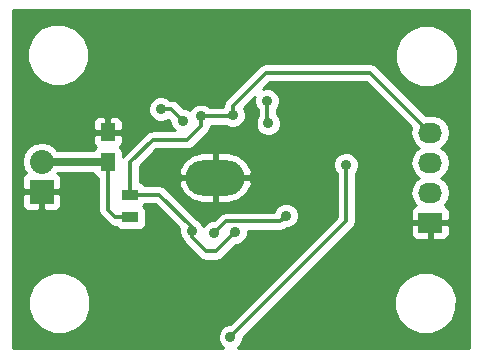
<source format=gbl>
%FSLAX46Y46*%
G04 Gerber Fmt 4.6, Leading zero omitted, Abs format (unit mm)*
G04 Created by KiCad (PCBNEW (2014-10-27 BZR 5228)-product) date 17/01/2015 10:16:10*
%MOMM*%
G01*
G04 APERTURE LIST*
%ADD10C,0.100000*%
%ADD11R,2.032000X2.032000*%
%ADD12O,2.032000X2.032000*%
%ADD13R,2.032000X1.727200*%
%ADD14O,2.032000X1.727200*%
%ADD15R,1.250000X1.500000*%
%ADD16R,1.397000X0.889000*%
%ADD17O,5.000000X3.000000*%
%ADD18C,0.889000*%
%ADD19C,0.350000*%
%ADD20C,0.635000*%
%ADD21C,0.254000*%
G04 APERTURE END LIST*
D10*
D11*
X127100000Y-116070000D03*
D12*
X127100000Y-113530000D03*
D13*
X160000000Y-118710000D03*
D14*
X160000000Y-116170000D03*
X160000000Y-113630000D03*
X160000000Y-111090000D03*
D15*
X132700000Y-113550000D03*
X132700000Y-111050000D03*
D16*
X134600000Y-118252500D03*
X134600000Y-116347500D03*
D17*
X141800000Y-114900000D03*
D18*
X143100000Y-128400000D03*
X152900000Y-113800000D03*
X138200000Y-114900000D03*
X145600000Y-115000000D03*
X137600000Y-107800000D03*
X141400000Y-104900000D03*
X150000000Y-104600000D03*
X151700000Y-114700000D03*
X150500000Y-127600000D03*
X146700000Y-128700000D03*
X137100000Y-128400000D03*
X139400000Y-127000000D03*
X150100000Y-124100000D03*
X147700000Y-107500000D03*
X139100000Y-110100000D03*
X137200000Y-109100000D03*
X146300000Y-110300000D03*
X146200000Y-108400000D03*
X147800000Y-118100000D03*
X141700000Y-119600000D03*
X140600000Y-109700000D03*
X143300000Y-109600000D03*
X139800000Y-119400000D03*
X143500000Y-119500000D03*
D19*
X143100000Y-128400000D02*
X152900000Y-118600000D01*
X152900000Y-118600000D02*
X152900000Y-113800000D01*
D20*
X132680000Y-113530000D02*
X132700000Y-113550000D01*
X127100000Y-113530000D02*
X132680000Y-113530000D01*
D19*
X133352500Y-118252500D02*
X132700000Y-117600000D01*
X132700000Y-117600000D02*
X132700000Y-113550000D01*
X134600000Y-118252500D02*
X133352500Y-118252500D01*
X139100000Y-110100000D02*
X138100000Y-109100000D01*
X138100000Y-109100000D02*
X137200000Y-109100000D01*
X146300000Y-110300000D02*
X146200000Y-110200000D01*
X146200000Y-110200000D02*
X146200000Y-108400000D01*
X147300000Y-118600000D02*
X147800000Y-118100000D01*
X142700000Y-118600000D02*
X145700000Y-118600000D01*
X141700000Y-119600000D02*
X142700000Y-118600000D01*
X145700000Y-118600000D02*
X147300000Y-118600000D01*
X143300000Y-109600000D02*
X143200000Y-109700000D01*
X143200000Y-109700000D02*
X140600000Y-109700000D01*
X143400000Y-119400000D02*
X143500000Y-119500000D01*
X139800000Y-119100000D02*
X137047500Y-116347500D01*
X137000000Y-116347500D02*
X134600000Y-116347500D01*
X137047500Y-116347500D02*
X137000000Y-116347500D01*
X139800000Y-119400000D02*
X139800000Y-119100000D01*
X134600000Y-113600000D02*
X136500000Y-111700000D01*
X136500000Y-111700000D02*
X139400000Y-111700000D01*
X139400000Y-111700000D02*
X140600000Y-110500000D01*
X140600000Y-110500000D02*
X140600000Y-109700000D01*
X134600000Y-116347500D02*
X134600000Y-113600000D01*
X143300000Y-108800000D02*
X146100000Y-106000000D01*
X146100000Y-106000000D02*
X154910000Y-106000000D01*
X154910000Y-106000000D02*
X160000000Y-111090000D01*
X143300000Y-109600000D02*
X143300000Y-108800000D01*
X139800000Y-119900000D02*
X141000000Y-121100000D01*
X141000000Y-121100000D02*
X141900000Y-121100000D01*
X141900000Y-121100000D02*
X143500000Y-119500000D01*
X139800000Y-119400000D02*
X139800000Y-119900000D01*
D21*
G36*
X163315000Y-129315000D02*
X162335707Y-129315000D01*
X162335707Y-104078116D01*
X161935359Y-103109201D01*
X161194698Y-102367246D01*
X160226483Y-101965208D01*
X159178116Y-101964293D01*
X158209201Y-102364641D01*
X157467246Y-103105302D01*
X157065208Y-104073517D01*
X157064293Y-105121884D01*
X157464641Y-106090799D01*
X158205302Y-106832754D01*
X159173517Y-107234792D01*
X160221884Y-107235707D01*
X161190799Y-106835359D01*
X161932754Y-106094698D01*
X162334792Y-105126483D01*
X162335707Y-104078116D01*
X162335707Y-129315000D01*
X162235707Y-129315000D01*
X162235707Y-124978116D01*
X161835359Y-124009201D01*
X161683345Y-123856921D01*
X161683345Y-116170000D01*
X161569271Y-115596511D01*
X161244415Y-115110330D01*
X160929634Y-114900000D01*
X161244415Y-114689670D01*
X161569271Y-114203489D01*
X161683345Y-113630000D01*
X161569271Y-113056511D01*
X161244415Y-112570330D01*
X160929634Y-112360000D01*
X161244415Y-112149670D01*
X161569271Y-111663489D01*
X161683345Y-111090000D01*
X161569271Y-110516511D01*
X161244415Y-110030330D01*
X160758234Y-109705474D01*
X160184745Y-109591400D01*
X159815255Y-109591400D01*
X159674842Y-109619329D01*
X155482756Y-105427244D01*
X155219974Y-105251658D01*
X154910000Y-105190000D01*
X146100000Y-105190000D01*
X145790026Y-105251658D01*
X145684770Y-105321987D01*
X145527244Y-105427243D01*
X142727244Y-108227244D01*
X142551658Y-108490026D01*
X142490000Y-108800000D01*
X142490000Y-108883274D01*
X142483262Y-108890000D01*
X141316725Y-108890000D01*
X141212286Y-108785378D01*
X140815668Y-108620687D01*
X140386216Y-108620313D01*
X139989311Y-108784311D01*
X139685378Y-109087714D01*
X139654745Y-109161484D01*
X139315668Y-109020687D01*
X139166069Y-109020556D01*
X138672756Y-108527244D01*
X138409974Y-108351658D01*
X138100000Y-108290000D01*
X137916725Y-108290000D01*
X137812286Y-108185378D01*
X137415668Y-108020687D01*
X136986216Y-108020313D01*
X136589311Y-108184311D01*
X136285378Y-108487714D01*
X136120687Y-108884332D01*
X136120313Y-109313784D01*
X136284311Y-109710689D01*
X136587714Y-110014622D01*
X136984332Y-110179313D01*
X137413784Y-110179687D01*
X137810689Y-110015689D01*
X137840458Y-109985971D01*
X138020441Y-110165954D01*
X138020313Y-110313784D01*
X138184311Y-110710689D01*
X138363309Y-110890000D01*
X136500000Y-110890000D01*
X136327896Y-110924233D01*
X136190027Y-110951657D01*
X135927244Y-111127243D01*
X134027244Y-113027244D01*
X133960000Y-113127881D01*
X133960000Y-112673691D01*
X133863327Y-112440302D01*
X133723025Y-112300000D01*
X133863327Y-112159698D01*
X133960000Y-111926309D01*
X133960000Y-111335750D01*
X133960000Y-110764250D01*
X133960000Y-110173691D01*
X133863327Y-109940302D01*
X133684699Y-109761673D01*
X133451310Y-109665000D01*
X133198691Y-109665000D01*
X132985750Y-109665000D01*
X132827000Y-109823750D01*
X132827000Y-110923000D01*
X133801250Y-110923000D01*
X133960000Y-110764250D01*
X133960000Y-111335750D01*
X133801250Y-111177000D01*
X132827000Y-111177000D01*
X132827000Y-111197000D01*
X132573000Y-111197000D01*
X132573000Y-111177000D01*
X132573000Y-110923000D01*
X132573000Y-109823750D01*
X132414250Y-109665000D01*
X132201309Y-109665000D01*
X131948690Y-109665000D01*
X131715301Y-109761673D01*
X131536673Y-109940302D01*
X131440000Y-110173691D01*
X131440000Y-110764250D01*
X131598750Y-110923000D01*
X132573000Y-110923000D01*
X132573000Y-111177000D01*
X131598750Y-111177000D01*
X131440000Y-111335750D01*
X131440000Y-111926309D01*
X131536673Y-112159698D01*
X131676974Y-112300000D01*
X131536673Y-112440301D01*
X131479843Y-112577500D01*
X131135707Y-112577500D01*
X131135707Y-103978116D01*
X130735359Y-103009201D01*
X129994698Y-102267246D01*
X129026483Y-101865208D01*
X127978116Y-101864293D01*
X127009201Y-102264641D01*
X126267246Y-103005302D01*
X125865208Y-103973517D01*
X125864293Y-105021884D01*
X126264641Y-105990799D01*
X127005302Y-106732754D01*
X127973517Y-107134792D01*
X129021884Y-107135707D01*
X129990799Y-106735359D01*
X130732754Y-105994698D01*
X131134792Y-105026483D01*
X131135707Y-103978116D01*
X131135707Y-112577500D01*
X128432658Y-112577500D01*
X128267433Y-112330222D01*
X127731810Y-111972330D01*
X127100000Y-111846655D01*
X126468190Y-111972330D01*
X125932567Y-112330222D01*
X125574675Y-112865845D01*
X125449000Y-113497655D01*
X125449000Y-113562345D01*
X125574675Y-114194155D01*
X125775371Y-114494518D01*
X125724301Y-114515673D01*
X125545673Y-114694302D01*
X125449000Y-114927691D01*
X125449000Y-115784250D01*
X125607750Y-115943000D01*
X126973000Y-115943000D01*
X126973000Y-115923000D01*
X127227000Y-115923000D01*
X127227000Y-115943000D01*
X128592250Y-115943000D01*
X128751000Y-115784250D01*
X128751000Y-114927691D01*
X128654327Y-114694302D01*
X128475699Y-114515673D01*
X128424628Y-114494518D01*
X128432658Y-114482500D01*
X131463275Y-114482500D01*
X131536673Y-114659698D01*
X131715301Y-114838327D01*
X131890000Y-114910689D01*
X131890000Y-117600000D01*
X131951658Y-117909974D01*
X132127244Y-118172756D01*
X132779743Y-118825256D01*
X132779744Y-118825256D01*
X132911135Y-118913049D01*
X133042526Y-119000842D01*
X133042527Y-119000842D01*
X133352500Y-119062500D01*
X133368974Y-119062500D01*
X133541801Y-119235327D01*
X133775190Y-119332000D01*
X134027809Y-119332000D01*
X135424809Y-119332000D01*
X135658198Y-119235327D01*
X135836827Y-119056699D01*
X135933500Y-118823310D01*
X135933500Y-118570691D01*
X135933500Y-117681691D01*
X135836827Y-117448302D01*
X135688525Y-117299999D01*
X135831025Y-117157500D01*
X136711987Y-117157500D01*
X138726007Y-119171519D01*
X138720687Y-119184332D01*
X138720313Y-119613784D01*
X138884311Y-120010689D01*
X139043796Y-120170453D01*
X139051658Y-120209974D01*
X139227244Y-120472756D01*
X140427243Y-121672756D01*
X140427244Y-121672756D01*
X140558635Y-121760549D01*
X140690026Y-121848342D01*
X140690027Y-121848342D01*
X141000000Y-121910000D01*
X141900000Y-121910000D01*
X141900000Y-121909999D01*
X142209973Y-121848342D01*
X142209974Y-121848342D01*
X142472756Y-121672756D01*
X143565954Y-120579558D01*
X143713784Y-120579687D01*
X144110689Y-120415689D01*
X144414622Y-120112286D01*
X144579313Y-119715668D01*
X144579579Y-119410000D01*
X145700000Y-119410000D01*
X147300000Y-119410000D01*
X147300000Y-119409999D01*
X147609973Y-119348342D01*
X147609974Y-119348342D01*
X147862580Y-119179555D01*
X148013784Y-119179687D01*
X148410689Y-119015689D01*
X148714622Y-118712286D01*
X148879313Y-118315668D01*
X148879687Y-117886216D01*
X148715689Y-117489311D01*
X148412286Y-117185378D01*
X148015668Y-117020687D01*
X147586216Y-117020313D01*
X147189311Y-117184311D01*
X146885378Y-117487714D01*
X146759857Y-117790000D01*
X145700000Y-117790000D01*
X144885113Y-117790000D01*
X144885113Y-115358833D01*
X144885113Y-114441167D01*
X144821084Y-114200304D01*
X144399476Y-113480130D01*
X143734362Y-112976118D01*
X142927000Y-112765000D01*
X141927000Y-112765000D01*
X141927000Y-114773000D01*
X144772165Y-114773000D01*
X144885113Y-114441167D01*
X144885113Y-115358833D01*
X144772165Y-115027000D01*
X141927000Y-115027000D01*
X141927000Y-117035000D01*
X142927000Y-117035000D01*
X143734362Y-116823882D01*
X144399476Y-116319870D01*
X144821084Y-115599696D01*
X144885113Y-115358833D01*
X144885113Y-117790000D01*
X142700000Y-117790000D01*
X142390027Y-117851657D01*
X142127244Y-118027243D01*
X141673000Y-118481486D01*
X141673000Y-117035000D01*
X141673000Y-115027000D01*
X141673000Y-114773000D01*
X141673000Y-112765000D01*
X140673000Y-112765000D01*
X139865638Y-112976118D01*
X139200524Y-113480130D01*
X138778916Y-114200304D01*
X138714887Y-114441167D01*
X138827835Y-114773000D01*
X141673000Y-114773000D01*
X141673000Y-115027000D01*
X138827835Y-115027000D01*
X138714887Y-115358833D01*
X138778916Y-115599696D01*
X139200524Y-116319870D01*
X139865638Y-116823882D01*
X140673000Y-117035000D01*
X141673000Y-117035000D01*
X141673000Y-118481486D01*
X141634045Y-118520441D01*
X141486216Y-118520313D01*
X141089311Y-118684311D01*
X140794078Y-118979028D01*
X140715689Y-118789311D01*
X140412286Y-118485378D01*
X140273092Y-118427579D01*
X137620256Y-115774744D01*
X137357474Y-115599158D01*
X137047500Y-115537500D01*
X137000000Y-115537500D01*
X135831025Y-115537500D01*
X135658199Y-115364673D01*
X135424810Y-115268000D01*
X135410000Y-115268000D01*
X135410000Y-113935512D01*
X136835512Y-112510000D01*
X139400000Y-112510000D01*
X139400000Y-112509999D01*
X139709973Y-112448342D01*
X139709974Y-112448342D01*
X139972756Y-112272756D01*
X141172756Y-111072757D01*
X141172756Y-111072756D01*
X141260549Y-110941365D01*
X141348342Y-110809974D01*
X141348342Y-110809973D01*
X141408010Y-110510000D01*
X142683100Y-110510000D01*
X142687714Y-110514622D01*
X143084332Y-110679313D01*
X143513784Y-110679687D01*
X143910689Y-110515689D01*
X144214622Y-110212286D01*
X144379313Y-109815668D01*
X144379687Y-109386216D01*
X144227534Y-109017978D01*
X145162942Y-108082569D01*
X145120687Y-108184332D01*
X145120313Y-108613784D01*
X145284311Y-109010689D01*
X145390000Y-109116562D01*
X145390000Y-109683100D01*
X145385378Y-109687714D01*
X145220687Y-110084332D01*
X145220313Y-110513784D01*
X145384311Y-110910689D01*
X145687714Y-111214622D01*
X146084332Y-111379313D01*
X146513784Y-111379687D01*
X146910689Y-111215689D01*
X147214622Y-110912286D01*
X147379313Y-110515668D01*
X147379687Y-110086216D01*
X147215689Y-109689311D01*
X147010000Y-109483262D01*
X147010000Y-109116725D01*
X147114622Y-109012286D01*
X147279313Y-108615668D01*
X147279687Y-108186216D01*
X147115689Y-107789311D01*
X146812286Y-107485378D01*
X146415668Y-107320687D01*
X145986216Y-107320313D01*
X145882236Y-107363276D01*
X146435512Y-106810000D01*
X154574487Y-106810000D01*
X158405887Y-110641399D01*
X158316655Y-111090000D01*
X158430729Y-111663489D01*
X158755585Y-112149670D01*
X159070365Y-112360000D01*
X158755585Y-112570330D01*
X158430729Y-113056511D01*
X158316655Y-113630000D01*
X158430729Y-114203489D01*
X158755585Y-114689670D01*
X159070365Y-114900000D01*
X158755585Y-115110330D01*
X158430729Y-115596511D01*
X158316655Y-116170000D01*
X158430729Y-116743489D01*
X158755585Y-117229670D01*
X158777779Y-117244499D01*
X158624301Y-117308073D01*
X158445673Y-117486702D01*
X158349000Y-117720091D01*
X158349000Y-118424250D01*
X158507750Y-118583000D01*
X159873000Y-118583000D01*
X159873000Y-118563000D01*
X160127000Y-118563000D01*
X160127000Y-118583000D01*
X161492250Y-118583000D01*
X161651000Y-118424250D01*
X161651000Y-117720091D01*
X161554327Y-117486702D01*
X161375699Y-117308073D01*
X161222220Y-117244499D01*
X161244415Y-117229670D01*
X161569271Y-116743489D01*
X161683345Y-116170000D01*
X161683345Y-123856921D01*
X161651000Y-123824519D01*
X161651000Y-119699909D01*
X161651000Y-118995750D01*
X161492250Y-118837000D01*
X160127000Y-118837000D01*
X160127000Y-120049850D01*
X160285750Y-120208600D01*
X160889691Y-120208600D01*
X161142310Y-120208600D01*
X161375699Y-120111927D01*
X161554327Y-119933298D01*
X161651000Y-119699909D01*
X161651000Y-123824519D01*
X161094698Y-123267246D01*
X160126483Y-122865208D01*
X159873000Y-122864986D01*
X159873000Y-120049850D01*
X159873000Y-118837000D01*
X158507750Y-118837000D01*
X158349000Y-118995750D01*
X158349000Y-119699909D01*
X158445673Y-119933298D01*
X158624301Y-120111927D01*
X158857690Y-120208600D01*
X159110309Y-120208600D01*
X159714250Y-120208600D01*
X159873000Y-120049850D01*
X159873000Y-122864986D01*
X159078116Y-122864293D01*
X158109201Y-123264641D01*
X157367246Y-124005302D01*
X156965208Y-124973517D01*
X156964293Y-126021884D01*
X157364641Y-126990799D01*
X158105302Y-127732754D01*
X159073517Y-128134792D01*
X160121884Y-128135707D01*
X161090799Y-127735359D01*
X161832754Y-126994698D01*
X162234792Y-126026483D01*
X162235707Y-124978116D01*
X162235707Y-129315000D01*
X143711379Y-129315000D01*
X144014622Y-129012286D01*
X144179313Y-128615668D01*
X144179443Y-128466068D01*
X153472756Y-119172756D01*
X153472757Y-119172756D01*
X153578012Y-119015229D01*
X153648342Y-118909974D01*
X153648342Y-118909973D01*
X153709999Y-118600000D01*
X153710000Y-118600000D01*
X153710000Y-114516725D01*
X153814622Y-114412286D01*
X153979313Y-114015668D01*
X153979687Y-113586216D01*
X153815689Y-113189311D01*
X153512286Y-112885378D01*
X153115668Y-112720687D01*
X152686216Y-112720313D01*
X152289311Y-112884311D01*
X151985378Y-113187714D01*
X151820687Y-113584332D01*
X151820313Y-114013784D01*
X151984311Y-114410689D01*
X152090000Y-114516562D01*
X152090000Y-118264487D01*
X143034046Y-127320441D01*
X142886216Y-127320313D01*
X142489311Y-127484311D01*
X142185378Y-127787714D01*
X142020687Y-128184332D01*
X142020313Y-128613784D01*
X142184311Y-129010689D01*
X142487714Y-129314622D01*
X142488624Y-129315000D01*
X131235707Y-129315000D01*
X131235707Y-124978116D01*
X130835359Y-124009201D01*
X130094698Y-123267246D01*
X129126483Y-122865208D01*
X128751000Y-122864880D01*
X128751000Y-117212309D01*
X128751000Y-116355750D01*
X128592250Y-116197000D01*
X127227000Y-116197000D01*
X127227000Y-117562250D01*
X127385750Y-117721000D01*
X127989691Y-117721000D01*
X128242310Y-117721000D01*
X128475699Y-117624327D01*
X128654327Y-117445698D01*
X128751000Y-117212309D01*
X128751000Y-122864880D01*
X128078116Y-122864293D01*
X127109201Y-123264641D01*
X126973000Y-123400604D01*
X126973000Y-117562250D01*
X126973000Y-116197000D01*
X125607750Y-116197000D01*
X125449000Y-116355750D01*
X125449000Y-117212309D01*
X125545673Y-117445698D01*
X125724301Y-117624327D01*
X125957690Y-117721000D01*
X126210309Y-117721000D01*
X126814250Y-117721000D01*
X126973000Y-117562250D01*
X126973000Y-123400604D01*
X126367246Y-124005302D01*
X125965208Y-124973517D01*
X125964293Y-126021884D01*
X126364641Y-126990799D01*
X127105302Y-127732754D01*
X128073517Y-128134792D01*
X129121884Y-128135707D01*
X130090799Y-127735359D01*
X130832754Y-126994698D01*
X131234792Y-126026483D01*
X131235707Y-124978116D01*
X131235707Y-129315000D01*
X124685000Y-129315000D01*
X124685000Y-100685000D01*
X163315000Y-100685000D01*
X163315000Y-129315000D01*
X163315000Y-129315000D01*
G37*
X163315000Y-129315000D02*
X162335707Y-129315000D01*
X162335707Y-104078116D01*
X161935359Y-103109201D01*
X161194698Y-102367246D01*
X160226483Y-101965208D01*
X159178116Y-101964293D01*
X158209201Y-102364641D01*
X157467246Y-103105302D01*
X157065208Y-104073517D01*
X157064293Y-105121884D01*
X157464641Y-106090799D01*
X158205302Y-106832754D01*
X159173517Y-107234792D01*
X160221884Y-107235707D01*
X161190799Y-106835359D01*
X161932754Y-106094698D01*
X162334792Y-105126483D01*
X162335707Y-104078116D01*
X162335707Y-129315000D01*
X162235707Y-129315000D01*
X162235707Y-124978116D01*
X161835359Y-124009201D01*
X161683345Y-123856921D01*
X161683345Y-116170000D01*
X161569271Y-115596511D01*
X161244415Y-115110330D01*
X160929634Y-114900000D01*
X161244415Y-114689670D01*
X161569271Y-114203489D01*
X161683345Y-113630000D01*
X161569271Y-113056511D01*
X161244415Y-112570330D01*
X160929634Y-112360000D01*
X161244415Y-112149670D01*
X161569271Y-111663489D01*
X161683345Y-111090000D01*
X161569271Y-110516511D01*
X161244415Y-110030330D01*
X160758234Y-109705474D01*
X160184745Y-109591400D01*
X159815255Y-109591400D01*
X159674842Y-109619329D01*
X155482756Y-105427244D01*
X155219974Y-105251658D01*
X154910000Y-105190000D01*
X146100000Y-105190000D01*
X145790026Y-105251658D01*
X145684770Y-105321987D01*
X145527244Y-105427243D01*
X142727244Y-108227244D01*
X142551658Y-108490026D01*
X142490000Y-108800000D01*
X142490000Y-108883274D01*
X142483262Y-108890000D01*
X141316725Y-108890000D01*
X141212286Y-108785378D01*
X140815668Y-108620687D01*
X140386216Y-108620313D01*
X139989311Y-108784311D01*
X139685378Y-109087714D01*
X139654745Y-109161484D01*
X139315668Y-109020687D01*
X139166069Y-109020556D01*
X138672756Y-108527244D01*
X138409974Y-108351658D01*
X138100000Y-108290000D01*
X137916725Y-108290000D01*
X137812286Y-108185378D01*
X137415668Y-108020687D01*
X136986216Y-108020313D01*
X136589311Y-108184311D01*
X136285378Y-108487714D01*
X136120687Y-108884332D01*
X136120313Y-109313784D01*
X136284311Y-109710689D01*
X136587714Y-110014622D01*
X136984332Y-110179313D01*
X137413784Y-110179687D01*
X137810689Y-110015689D01*
X137840458Y-109985971D01*
X138020441Y-110165954D01*
X138020313Y-110313784D01*
X138184311Y-110710689D01*
X138363309Y-110890000D01*
X136500000Y-110890000D01*
X136327896Y-110924233D01*
X136190027Y-110951657D01*
X135927244Y-111127243D01*
X134027244Y-113027244D01*
X133960000Y-113127881D01*
X133960000Y-112673691D01*
X133863327Y-112440302D01*
X133723025Y-112300000D01*
X133863327Y-112159698D01*
X133960000Y-111926309D01*
X133960000Y-111335750D01*
X133960000Y-110764250D01*
X133960000Y-110173691D01*
X133863327Y-109940302D01*
X133684699Y-109761673D01*
X133451310Y-109665000D01*
X133198691Y-109665000D01*
X132985750Y-109665000D01*
X132827000Y-109823750D01*
X132827000Y-110923000D01*
X133801250Y-110923000D01*
X133960000Y-110764250D01*
X133960000Y-111335750D01*
X133801250Y-111177000D01*
X132827000Y-111177000D01*
X132827000Y-111197000D01*
X132573000Y-111197000D01*
X132573000Y-111177000D01*
X132573000Y-110923000D01*
X132573000Y-109823750D01*
X132414250Y-109665000D01*
X132201309Y-109665000D01*
X131948690Y-109665000D01*
X131715301Y-109761673D01*
X131536673Y-109940302D01*
X131440000Y-110173691D01*
X131440000Y-110764250D01*
X131598750Y-110923000D01*
X132573000Y-110923000D01*
X132573000Y-111177000D01*
X131598750Y-111177000D01*
X131440000Y-111335750D01*
X131440000Y-111926309D01*
X131536673Y-112159698D01*
X131676974Y-112300000D01*
X131536673Y-112440301D01*
X131479843Y-112577500D01*
X131135707Y-112577500D01*
X131135707Y-103978116D01*
X130735359Y-103009201D01*
X129994698Y-102267246D01*
X129026483Y-101865208D01*
X127978116Y-101864293D01*
X127009201Y-102264641D01*
X126267246Y-103005302D01*
X125865208Y-103973517D01*
X125864293Y-105021884D01*
X126264641Y-105990799D01*
X127005302Y-106732754D01*
X127973517Y-107134792D01*
X129021884Y-107135707D01*
X129990799Y-106735359D01*
X130732754Y-105994698D01*
X131134792Y-105026483D01*
X131135707Y-103978116D01*
X131135707Y-112577500D01*
X128432658Y-112577500D01*
X128267433Y-112330222D01*
X127731810Y-111972330D01*
X127100000Y-111846655D01*
X126468190Y-111972330D01*
X125932567Y-112330222D01*
X125574675Y-112865845D01*
X125449000Y-113497655D01*
X125449000Y-113562345D01*
X125574675Y-114194155D01*
X125775371Y-114494518D01*
X125724301Y-114515673D01*
X125545673Y-114694302D01*
X125449000Y-114927691D01*
X125449000Y-115784250D01*
X125607750Y-115943000D01*
X126973000Y-115943000D01*
X126973000Y-115923000D01*
X127227000Y-115923000D01*
X127227000Y-115943000D01*
X128592250Y-115943000D01*
X128751000Y-115784250D01*
X128751000Y-114927691D01*
X128654327Y-114694302D01*
X128475699Y-114515673D01*
X128424628Y-114494518D01*
X128432658Y-114482500D01*
X131463275Y-114482500D01*
X131536673Y-114659698D01*
X131715301Y-114838327D01*
X131890000Y-114910689D01*
X131890000Y-117600000D01*
X131951658Y-117909974D01*
X132127244Y-118172756D01*
X132779743Y-118825256D01*
X132779744Y-118825256D01*
X132911135Y-118913049D01*
X133042526Y-119000842D01*
X133042527Y-119000842D01*
X133352500Y-119062500D01*
X133368974Y-119062500D01*
X133541801Y-119235327D01*
X133775190Y-119332000D01*
X134027809Y-119332000D01*
X135424809Y-119332000D01*
X135658198Y-119235327D01*
X135836827Y-119056699D01*
X135933500Y-118823310D01*
X135933500Y-118570691D01*
X135933500Y-117681691D01*
X135836827Y-117448302D01*
X135688525Y-117299999D01*
X135831025Y-117157500D01*
X136711987Y-117157500D01*
X138726007Y-119171519D01*
X138720687Y-119184332D01*
X138720313Y-119613784D01*
X138884311Y-120010689D01*
X139043796Y-120170453D01*
X139051658Y-120209974D01*
X139227244Y-120472756D01*
X140427243Y-121672756D01*
X140427244Y-121672756D01*
X140558635Y-121760549D01*
X140690026Y-121848342D01*
X140690027Y-121848342D01*
X141000000Y-121910000D01*
X141900000Y-121910000D01*
X141900000Y-121909999D01*
X142209973Y-121848342D01*
X142209974Y-121848342D01*
X142472756Y-121672756D01*
X143565954Y-120579558D01*
X143713784Y-120579687D01*
X144110689Y-120415689D01*
X144414622Y-120112286D01*
X144579313Y-119715668D01*
X144579579Y-119410000D01*
X145700000Y-119410000D01*
X147300000Y-119410000D01*
X147300000Y-119409999D01*
X147609973Y-119348342D01*
X147609974Y-119348342D01*
X147862580Y-119179555D01*
X148013784Y-119179687D01*
X148410689Y-119015689D01*
X148714622Y-118712286D01*
X148879313Y-118315668D01*
X148879687Y-117886216D01*
X148715689Y-117489311D01*
X148412286Y-117185378D01*
X148015668Y-117020687D01*
X147586216Y-117020313D01*
X147189311Y-117184311D01*
X146885378Y-117487714D01*
X146759857Y-117790000D01*
X145700000Y-117790000D01*
X144885113Y-117790000D01*
X144885113Y-115358833D01*
X144885113Y-114441167D01*
X144821084Y-114200304D01*
X144399476Y-113480130D01*
X143734362Y-112976118D01*
X142927000Y-112765000D01*
X141927000Y-112765000D01*
X141927000Y-114773000D01*
X144772165Y-114773000D01*
X144885113Y-114441167D01*
X144885113Y-115358833D01*
X144772165Y-115027000D01*
X141927000Y-115027000D01*
X141927000Y-117035000D01*
X142927000Y-117035000D01*
X143734362Y-116823882D01*
X144399476Y-116319870D01*
X144821084Y-115599696D01*
X144885113Y-115358833D01*
X144885113Y-117790000D01*
X142700000Y-117790000D01*
X142390027Y-117851657D01*
X142127244Y-118027243D01*
X141673000Y-118481486D01*
X141673000Y-117035000D01*
X141673000Y-115027000D01*
X141673000Y-114773000D01*
X141673000Y-112765000D01*
X140673000Y-112765000D01*
X139865638Y-112976118D01*
X139200524Y-113480130D01*
X138778916Y-114200304D01*
X138714887Y-114441167D01*
X138827835Y-114773000D01*
X141673000Y-114773000D01*
X141673000Y-115027000D01*
X138827835Y-115027000D01*
X138714887Y-115358833D01*
X138778916Y-115599696D01*
X139200524Y-116319870D01*
X139865638Y-116823882D01*
X140673000Y-117035000D01*
X141673000Y-117035000D01*
X141673000Y-118481486D01*
X141634045Y-118520441D01*
X141486216Y-118520313D01*
X141089311Y-118684311D01*
X140794078Y-118979028D01*
X140715689Y-118789311D01*
X140412286Y-118485378D01*
X140273092Y-118427579D01*
X137620256Y-115774744D01*
X137357474Y-115599158D01*
X137047500Y-115537500D01*
X137000000Y-115537500D01*
X135831025Y-115537500D01*
X135658199Y-115364673D01*
X135424810Y-115268000D01*
X135410000Y-115268000D01*
X135410000Y-113935512D01*
X136835512Y-112510000D01*
X139400000Y-112510000D01*
X139400000Y-112509999D01*
X139709973Y-112448342D01*
X139709974Y-112448342D01*
X139972756Y-112272756D01*
X141172756Y-111072757D01*
X141172756Y-111072756D01*
X141260549Y-110941365D01*
X141348342Y-110809974D01*
X141348342Y-110809973D01*
X141408010Y-110510000D01*
X142683100Y-110510000D01*
X142687714Y-110514622D01*
X143084332Y-110679313D01*
X143513784Y-110679687D01*
X143910689Y-110515689D01*
X144214622Y-110212286D01*
X144379313Y-109815668D01*
X144379687Y-109386216D01*
X144227534Y-109017978D01*
X145162942Y-108082569D01*
X145120687Y-108184332D01*
X145120313Y-108613784D01*
X145284311Y-109010689D01*
X145390000Y-109116562D01*
X145390000Y-109683100D01*
X145385378Y-109687714D01*
X145220687Y-110084332D01*
X145220313Y-110513784D01*
X145384311Y-110910689D01*
X145687714Y-111214622D01*
X146084332Y-111379313D01*
X146513784Y-111379687D01*
X146910689Y-111215689D01*
X147214622Y-110912286D01*
X147379313Y-110515668D01*
X147379687Y-110086216D01*
X147215689Y-109689311D01*
X147010000Y-109483262D01*
X147010000Y-109116725D01*
X147114622Y-109012286D01*
X147279313Y-108615668D01*
X147279687Y-108186216D01*
X147115689Y-107789311D01*
X146812286Y-107485378D01*
X146415668Y-107320687D01*
X145986216Y-107320313D01*
X145882236Y-107363276D01*
X146435512Y-106810000D01*
X154574487Y-106810000D01*
X158405887Y-110641399D01*
X158316655Y-111090000D01*
X158430729Y-111663489D01*
X158755585Y-112149670D01*
X159070365Y-112360000D01*
X158755585Y-112570330D01*
X158430729Y-113056511D01*
X158316655Y-113630000D01*
X158430729Y-114203489D01*
X158755585Y-114689670D01*
X159070365Y-114900000D01*
X158755585Y-115110330D01*
X158430729Y-115596511D01*
X158316655Y-116170000D01*
X158430729Y-116743489D01*
X158755585Y-117229670D01*
X158777779Y-117244499D01*
X158624301Y-117308073D01*
X158445673Y-117486702D01*
X158349000Y-117720091D01*
X158349000Y-118424250D01*
X158507750Y-118583000D01*
X159873000Y-118583000D01*
X159873000Y-118563000D01*
X160127000Y-118563000D01*
X160127000Y-118583000D01*
X161492250Y-118583000D01*
X161651000Y-118424250D01*
X161651000Y-117720091D01*
X161554327Y-117486702D01*
X161375699Y-117308073D01*
X161222220Y-117244499D01*
X161244415Y-117229670D01*
X161569271Y-116743489D01*
X161683345Y-116170000D01*
X161683345Y-123856921D01*
X161651000Y-123824519D01*
X161651000Y-119699909D01*
X161651000Y-118995750D01*
X161492250Y-118837000D01*
X160127000Y-118837000D01*
X160127000Y-120049850D01*
X160285750Y-120208600D01*
X160889691Y-120208600D01*
X161142310Y-120208600D01*
X161375699Y-120111927D01*
X161554327Y-119933298D01*
X161651000Y-119699909D01*
X161651000Y-123824519D01*
X161094698Y-123267246D01*
X160126483Y-122865208D01*
X159873000Y-122864986D01*
X159873000Y-120049850D01*
X159873000Y-118837000D01*
X158507750Y-118837000D01*
X158349000Y-118995750D01*
X158349000Y-119699909D01*
X158445673Y-119933298D01*
X158624301Y-120111927D01*
X158857690Y-120208600D01*
X159110309Y-120208600D01*
X159714250Y-120208600D01*
X159873000Y-120049850D01*
X159873000Y-122864986D01*
X159078116Y-122864293D01*
X158109201Y-123264641D01*
X157367246Y-124005302D01*
X156965208Y-124973517D01*
X156964293Y-126021884D01*
X157364641Y-126990799D01*
X158105302Y-127732754D01*
X159073517Y-128134792D01*
X160121884Y-128135707D01*
X161090799Y-127735359D01*
X161832754Y-126994698D01*
X162234792Y-126026483D01*
X162235707Y-124978116D01*
X162235707Y-129315000D01*
X143711379Y-129315000D01*
X144014622Y-129012286D01*
X144179313Y-128615668D01*
X144179443Y-128466068D01*
X153472756Y-119172756D01*
X153472757Y-119172756D01*
X153578012Y-119015229D01*
X153648342Y-118909974D01*
X153648342Y-118909973D01*
X153709999Y-118600000D01*
X153710000Y-118600000D01*
X153710000Y-114516725D01*
X153814622Y-114412286D01*
X153979313Y-114015668D01*
X153979687Y-113586216D01*
X153815689Y-113189311D01*
X153512286Y-112885378D01*
X153115668Y-112720687D01*
X152686216Y-112720313D01*
X152289311Y-112884311D01*
X151985378Y-113187714D01*
X151820687Y-113584332D01*
X151820313Y-114013784D01*
X151984311Y-114410689D01*
X152090000Y-114516562D01*
X152090000Y-118264487D01*
X143034046Y-127320441D01*
X142886216Y-127320313D01*
X142489311Y-127484311D01*
X142185378Y-127787714D01*
X142020687Y-128184332D01*
X142020313Y-128613784D01*
X142184311Y-129010689D01*
X142487714Y-129314622D01*
X142488624Y-129315000D01*
X131235707Y-129315000D01*
X131235707Y-124978116D01*
X130835359Y-124009201D01*
X130094698Y-123267246D01*
X129126483Y-122865208D01*
X128751000Y-122864880D01*
X128751000Y-117212309D01*
X128751000Y-116355750D01*
X128592250Y-116197000D01*
X127227000Y-116197000D01*
X127227000Y-117562250D01*
X127385750Y-117721000D01*
X127989691Y-117721000D01*
X128242310Y-117721000D01*
X128475699Y-117624327D01*
X128654327Y-117445698D01*
X128751000Y-117212309D01*
X128751000Y-122864880D01*
X128078116Y-122864293D01*
X127109201Y-123264641D01*
X126973000Y-123400604D01*
X126973000Y-117562250D01*
X126973000Y-116197000D01*
X125607750Y-116197000D01*
X125449000Y-116355750D01*
X125449000Y-117212309D01*
X125545673Y-117445698D01*
X125724301Y-117624327D01*
X125957690Y-117721000D01*
X126210309Y-117721000D01*
X126814250Y-117721000D01*
X126973000Y-117562250D01*
X126973000Y-123400604D01*
X126367246Y-124005302D01*
X125965208Y-124973517D01*
X125964293Y-126021884D01*
X126364641Y-126990799D01*
X127105302Y-127732754D01*
X128073517Y-128134792D01*
X129121884Y-128135707D01*
X130090799Y-127735359D01*
X130832754Y-126994698D01*
X131234792Y-126026483D01*
X131235707Y-124978116D01*
X131235707Y-129315000D01*
X124685000Y-129315000D01*
X124685000Y-100685000D01*
X163315000Y-100685000D01*
X163315000Y-129315000D01*
M02*

</source>
